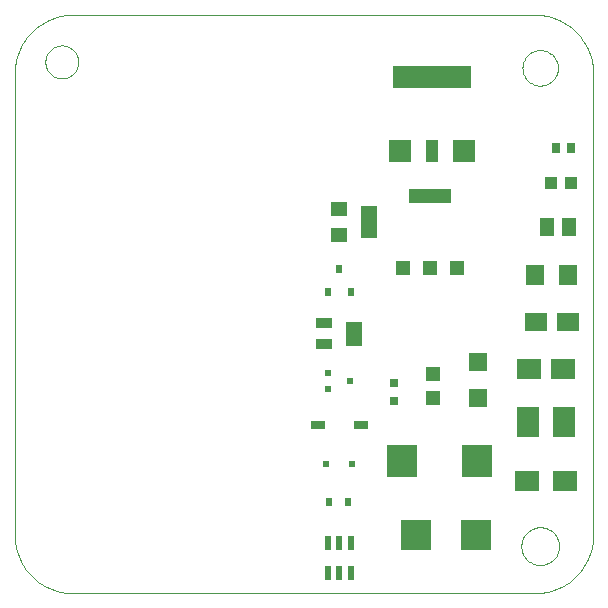
<source format=gtp>
G75*
G70*
%OFA0B0*%
%FSLAX24Y24*%
%IPPOS*%
%LPD*%
%AMOC8*
5,1,8,0,0,1.08239X$1,22.5*
%
%ADD10C,0.0004*%
%ADD11C,0.0000*%
%ADD12R,0.0315X0.0315*%
%ADD13R,0.0472X0.0472*%
%ADD14R,0.0591X0.0591*%
%ADD15R,0.0276X0.0354*%
%ADD16R,0.0433X0.0394*%
%ADD17R,0.0512X0.0591*%
%ADD18R,0.0630X0.0709*%
%ADD19R,0.0768X0.0591*%
%ADD20R,0.0768X0.0984*%
%ADD21R,0.1004X0.0984*%
%ADD22R,0.1004X0.1063*%
%ADD23R,0.0846X0.0709*%
%ADD24R,0.0217X0.0472*%
%ADD25R,0.0236X0.0276*%
%ADD26R,0.0551X0.1102*%
%ADD27R,0.0551X0.0472*%
%ADD28R,0.0512X0.0512*%
%ADD29R,0.1417X0.0512*%
%ADD30R,0.0748X0.0748*%
%ADD31R,0.0433X0.0748*%
%ADD32R,0.2638X0.0748*%
%ADD33R,0.0217X0.0236*%
%ADD34R,0.0571X0.0354*%
%ADD35R,0.0571X0.0827*%
%ADD36R,0.0472X0.0276*%
%ADD37R,0.0236X0.0236*%
%ADD38R,0.0236X0.0315*%
D10*
X002079Y000131D02*
X004048Y000131D01*
X017434Y000131D01*
X017528Y000133D01*
X017621Y000140D01*
X017714Y000151D01*
X017807Y000167D01*
X017898Y000187D01*
X017989Y000211D01*
X018078Y000239D01*
X018166Y000272D01*
X018252Y000309D01*
X018336Y000350D01*
X018419Y000395D01*
X018499Y000444D01*
X018576Y000496D01*
X018651Y000552D01*
X018723Y000612D01*
X018793Y000675D01*
X018859Y000741D01*
X018922Y000811D01*
X018982Y000883D01*
X019038Y000958D01*
X019090Y001035D01*
X019139Y001116D01*
X019184Y001198D01*
X019225Y001282D01*
X019262Y001368D01*
X019295Y001456D01*
X019323Y001545D01*
X019347Y001636D01*
X019367Y001727D01*
X019383Y001820D01*
X019394Y001913D01*
X019401Y002006D01*
X019403Y002100D01*
X019402Y002100D02*
X019402Y008399D01*
X019402Y017454D01*
X019403Y017454D02*
X019401Y017548D01*
X019394Y017641D01*
X019383Y017734D01*
X019367Y017827D01*
X019347Y017918D01*
X019323Y018009D01*
X019295Y018098D01*
X019262Y018186D01*
X019225Y018272D01*
X019184Y018356D01*
X019139Y018438D01*
X019090Y018519D01*
X019038Y018596D01*
X018982Y018671D01*
X018922Y018743D01*
X018859Y018813D01*
X018793Y018879D01*
X018723Y018942D01*
X018651Y019002D01*
X018576Y019058D01*
X018499Y019110D01*
X018418Y019159D01*
X018336Y019204D01*
X018252Y019245D01*
X018166Y019282D01*
X018078Y019315D01*
X017989Y019343D01*
X017898Y019367D01*
X017807Y019387D01*
X017714Y019403D01*
X017621Y019414D01*
X017528Y019421D01*
X017434Y019423D01*
X017434Y019422D02*
X015859Y019422D01*
X002079Y019422D01*
X002079Y019423D02*
X001985Y019421D01*
X001892Y019414D01*
X001799Y019403D01*
X001706Y019387D01*
X001615Y019367D01*
X001524Y019343D01*
X001435Y019315D01*
X001347Y019282D01*
X001261Y019245D01*
X001177Y019204D01*
X001094Y019159D01*
X001014Y019110D01*
X000937Y019058D01*
X000862Y019002D01*
X000790Y018942D01*
X000720Y018879D01*
X000654Y018813D01*
X000591Y018743D01*
X000531Y018671D01*
X000475Y018596D01*
X000423Y018519D01*
X000374Y018439D01*
X000329Y018356D01*
X000288Y018272D01*
X000251Y018186D01*
X000218Y018098D01*
X000190Y018009D01*
X000166Y017918D01*
X000146Y017827D01*
X000130Y017734D01*
X000119Y017641D01*
X000112Y017548D01*
X000110Y017454D01*
X000111Y017454D02*
X000111Y012336D01*
X000111Y002100D01*
X000110Y002100D02*
X000112Y002006D01*
X000119Y001913D01*
X000130Y001820D01*
X000146Y001727D01*
X000166Y001636D01*
X000190Y001545D01*
X000218Y001456D01*
X000251Y001368D01*
X000288Y001282D01*
X000329Y001198D01*
X000374Y001116D01*
X000423Y001035D01*
X000475Y000958D01*
X000531Y000883D01*
X000591Y000811D01*
X000654Y000741D01*
X000720Y000675D01*
X000790Y000612D01*
X000862Y000552D01*
X000937Y000496D01*
X001014Y000444D01*
X001094Y000395D01*
X001177Y000350D01*
X001261Y000309D01*
X001347Y000272D01*
X001435Y000239D01*
X001524Y000211D01*
X001615Y000187D01*
X001706Y000167D01*
X001799Y000151D01*
X001892Y000140D01*
X001985Y000133D01*
X002079Y000131D01*
D11*
X017001Y001706D02*
X017003Y001756D01*
X017009Y001806D01*
X017019Y001855D01*
X017033Y001903D01*
X017050Y001950D01*
X017071Y001995D01*
X017096Y002039D01*
X017124Y002080D01*
X017156Y002119D01*
X017190Y002156D01*
X017227Y002190D01*
X017267Y002220D01*
X017309Y002247D01*
X017353Y002271D01*
X017399Y002292D01*
X017446Y002308D01*
X017494Y002321D01*
X017544Y002330D01*
X017593Y002335D01*
X017644Y002336D01*
X017694Y002333D01*
X017743Y002326D01*
X017792Y002315D01*
X017840Y002300D01*
X017886Y002282D01*
X017931Y002260D01*
X017974Y002234D01*
X018015Y002205D01*
X018054Y002173D01*
X018090Y002138D01*
X018122Y002100D01*
X018152Y002060D01*
X018179Y002017D01*
X018202Y001973D01*
X018221Y001927D01*
X018237Y001879D01*
X018249Y001830D01*
X018257Y001781D01*
X018261Y001731D01*
X018261Y001681D01*
X018257Y001631D01*
X018249Y001582D01*
X018237Y001533D01*
X018221Y001485D01*
X018202Y001439D01*
X018179Y001395D01*
X018152Y001352D01*
X018122Y001312D01*
X018090Y001274D01*
X018054Y001239D01*
X018015Y001207D01*
X017974Y001178D01*
X017931Y001152D01*
X017886Y001130D01*
X017840Y001112D01*
X017792Y001097D01*
X017743Y001086D01*
X017694Y001079D01*
X017644Y001076D01*
X017593Y001077D01*
X017544Y001082D01*
X017494Y001091D01*
X017446Y001104D01*
X017399Y001120D01*
X017353Y001141D01*
X017309Y001165D01*
X017267Y001192D01*
X017227Y001222D01*
X017190Y001256D01*
X017156Y001293D01*
X017124Y001332D01*
X017096Y001373D01*
X017071Y001417D01*
X017050Y001462D01*
X017033Y001509D01*
X017019Y001557D01*
X017009Y001606D01*
X017003Y001656D01*
X017001Y001706D01*
X017040Y017651D02*
X017042Y017699D01*
X017048Y017747D01*
X017058Y017794D01*
X017071Y017840D01*
X017089Y017885D01*
X017109Y017929D01*
X017134Y017971D01*
X017162Y018010D01*
X017192Y018047D01*
X017226Y018081D01*
X017263Y018113D01*
X017301Y018142D01*
X017342Y018167D01*
X017385Y018189D01*
X017430Y018207D01*
X017476Y018221D01*
X017523Y018232D01*
X017571Y018239D01*
X017619Y018242D01*
X017667Y018241D01*
X017715Y018236D01*
X017763Y018227D01*
X017809Y018215D01*
X017854Y018198D01*
X017898Y018178D01*
X017940Y018155D01*
X017980Y018128D01*
X018018Y018098D01*
X018053Y018065D01*
X018085Y018029D01*
X018115Y017991D01*
X018141Y017950D01*
X018163Y017907D01*
X018183Y017863D01*
X018198Y017818D01*
X018210Y017771D01*
X018218Y017723D01*
X018222Y017675D01*
X018222Y017627D01*
X018218Y017579D01*
X018210Y017531D01*
X018198Y017484D01*
X018183Y017439D01*
X018163Y017395D01*
X018141Y017352D01*
X018115Y017311D01*
X018085Y017273D01*
X018053Y017237D01*
X018018Y017204D01*
X017980Y017174D01*
X017940Y017147D01*
X017898Y017124D01*
X017854Y017104D01*
X017809Y017087D01*
X017763Y017075D01*
X017715Y017066D01*
X017667Y017061D01*
X017619Y017060D01*
X017571Y017063D01*
X017523Y017070D01*
X017476Y017081D01*
X017430Y017095D01*
X017385Y017113D01*
X017342Y017135D01*
X017301Y017160D01*
X017263Y017189D01*
X017226Y017221D01*
X017192Y017255D01*
X017162Y017292D01*
X017134Y017331D01*
X017109Y017373D01*
X017089Y017417D01*
X017071Y017462D01*
X017058Y017508D01*
X017048Y017555D01*
X017042Y017603D01*
X017040Y017651D01*
X001135Y017848D02*
X001137Y017895D01*
X001143Y017941D01*
X001153Y017987D01*
X001166Y018032D01*
X001184Y018075D01*
X001205Y018117D01*
X001229Y018157D01*
X001257Y018194D01*
X001288Y018229D01*
X001322Y018262D01*
X001358Y018291D01*
X001397Y018317D01*
X001438Y018340D01*
X001481Y018359D01*
X001525Y018375D01*
X001570Y018387D01*
X001616Y018395D01*
X001663Y018399D01*
X001709Y018399D01*
X001756Y018395D01*
X001802Y018387D01*
X001847Y018375D01*
X001891Y018359D01*
X001934Y018340D01*
X001975Y018317D01*
X002014Y018291D01*
X002050Y018262D01*
X002084Y018229D01*
X002115Y018194D01*
X002143Y018157D01*
X002167Y018117D01*
X002188Y018075D01*
X002206Y018032D01*
X002219Y017987D01*
X002229Y017941D01*
X002235Y017895D01*
X002237Y017848D01*
X002235Y017801D01*
X002229Y017755D01*
X002219Y017709D01*
X002206Y017664D01*
X002188Y017621D01*
X002167Y017579D01*
X002143Y017539D01*
X002115Y017502D01*
X002084Y017467D01*
X002050Y017434D01*
X002014Y017405D01*
X001975Y017379D01*
X001934Y017356D01*
X001891Y017337D01*
X001847Y017321D01*
X001802Y017309D01*
X001756Y017301D01*
X001709Y017297D01*
X001663Y017297D01*
X001616Y017301D01*
X001570Y017309D01*
X001525Y017321D01*
X001481Y017337D01*
X001438Y017356D01*
X001397Y017379D01*
X001358Y017405D01*
X001322Y017434D01*
X001288Y017467D01*
X001257Y017502D01*
X001229Y017539D01*
X001205Y017579D01*
X001184Y017621D01*
X001166Y017664D01*
X001153Y017709D01*
X001143Y017755D01*
X001137Y017801D01*
X001135Y017848D01*
D12*
X012774Y007151D03*
X012774Y006561D03*
D13*
X014072Y006637D03*
X014072Y007463D03*
D14*
X015571Y007833D03*
X015571Y006655D03*
D15*
X018162Y014993D03*
X018674Y014993D03*
D16*
X018654Y013812D03*
X017985Y013812D03*
D17*
X017847Y012336D03*
X018595Y012336D03*
D18*
X018575Y010761D03*
X017473Y010761D03*
D19*
X017483Y009186D03*
X018566Y009186D03*
D20*
X018428Y005840D03*
X017227Y005840D03*
D21*
X015492Y002066D03*
X013503Y002066D03*
D22*
X013017Y004533D03*
X015517Y004533D03*
D23*
X017188Y003871D03*
X018467Y003871D03*
X018408Y007611D03*
X017247Y007611D03*
D24*
X011312Y001824D03*
X010938Y001824D03*
X010564Y001824D03*
X010564Y000800D03*
X010938Y000800D03*
X011312Y000800D03*
D25*
X011312Y010170D03*
X010564Y010170D03*
X010938Y010958D03*
D26*
X011938Y012526D03*
D27*
X010915Y012959D03*
X010915Y012092D03*
D28*
X013050Y010993D03*
X013956Y010993D03*
X014861Y010993D03*
D29*
X013956Y013395D03*
D30*
X012952Y014894D03*
X015078Y014894D03*
D31*
X014015Y014894D03*
D32*
X014015Y017335D03*
D33*
X010573Y007474D03*
X010573Y006962D03*
X011302Y007218D03*
D34*
X010436Y008438D03*
X010436Y009147D03*
D35*
X011440Y008792D03*
D36*
X011666Y005741D03*
X010209Y005741D03*
D37*
X010505Y004462D03*
X011371Y004462D03*
D38*
X011231Y003196D03*
X010601Y003196D03*
M02*

</source>
